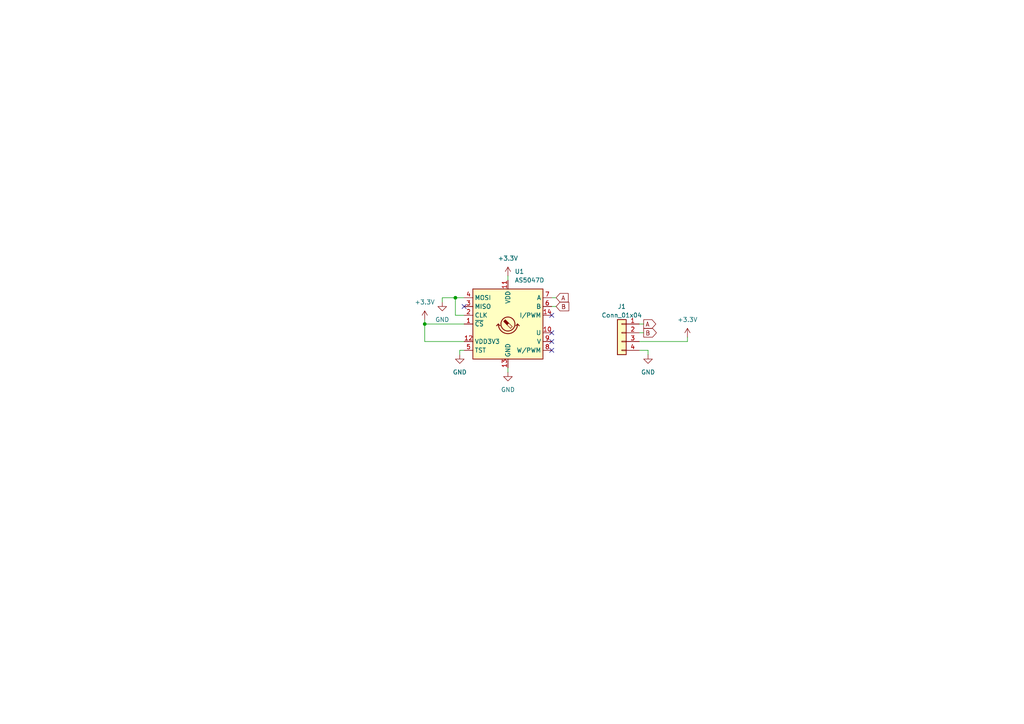
<source format=kicad_sch>
(kicad_sch (version 20230121) (generator eeschema)
  (paper "A4")
  (lib_symbols
    (symbol "Connector_Generic:Conn_01x04" (pin_names (offset 1.016) hide)
      (property "Reference" "J" (at 0 5.08 0))
      (property "Value" "Conn_01x04" (at 0 -7.62 0))
      (symbol "Conn_01x04_1_1"
        (rectangle (start -1.27 -4.953) (end 0 -5.207) (stroke (width 0.1524)))
        (rectangle (start -1.27 -2.413) (end 0 -2.667) (stroke (width 0.1524)))
        (rectangle (start -1.27 0.127) (end 0 -0.127) (stroke (width 0.1524)))
        (rectangle (start -1.27 2.667) (end 0 2.413) (stroke (width 0.1524)))
        (rectangle (start -1.27 3.81) (end 1.27 -6.35) (stroke (width 0.254)) (fill (type background)))
        (pin passive line (at -5.08 2.54 0) (length 3.81) (name "Pin_1") (number "1"))
        (pin passive line (at -5.08 0 0) (length 3.81) (name "Pin_2") (number "2"))
        (pin passive line (at -5.08 -2.54 0) (length 3.81) (name "Pin_3") (number "3"))
        (pin passive line (at -5.08 -5.08 0) (length 3.81) (name "Pin_4") (number "4"))
      )
    )
    (symbol "HS_Encoder:AS5047D"
      (property "Reference" "U" (at -8.89 11.43 0))
      (property "Value" "AS5047D" (at 5.08 11.43 0))
      (symbol "AS5047D_1_1"
        (rectangle (start -10.16 10.16) (end 10.16 -10.16) (stroke (width 0.254)) (fill (type background)))
        (arc (start -2.794 0) (mid 0 -2.7819) (end 2.794 0) (stroke (width 0.254)))
        (polyline (pts (xy -2.794 0) (xy -3.302 -0.508)) (stroke (width 0.254)))
        (polyline (pts (xy -2.794 0) (xy -2.286 -0.508)) (stroke (width 0.254)))
        (polyline (pts (xy 2.794 0) (xy 2.286 -0.508)) (stroke (width 0.254)))
        (polyline (pts (xy 2.794 0) (xy 3.302 -0.508)) (stroke (width 0.254)))
        (polyline (pts (xy 0.254 0.254) (xy 1.27 -0.762) (xy 0.762 -1.27) (xy -0.254 -0.254)))
        (polyline (pts (xy -0.762 1.27) (xy 0.254 0.254) (xy -0.254 -0.254) (xy -1.27 0.762) (xy -1.016 1.016) (xy -0.762 1.27) (xy -0.635 1.143)) (fill (type outline)))
        (circle (center 0 0) (radius 2.032) (stroke (width 0.254)))
        (pin input line (at -12.7 0 0) (length 2.54) (name "~{CS}") (number "1"))
        (pin output line (at 12.7 -2.54 180) (length 2.54) (name "U") (number "10"))
        (pin power_in line (at 0 12.7 270) (length 2.54) (name "VDD") (number "11"))
        (pin power_out line (at -12.7 -5.08 0) (length 2.54) (name "VDD3V3") (number "12"))
        (pin power_in line (at 0 -12.7 90) (length 2.54) (name "GND") (number "13"))
        (pin output line (at 12.7 2.54 180) (length 2.54) (name "I/PWM") (number "14"))
        (pin input line (at -12.7 2.54 0) (length 2.54) (name "CLK") (number "2"))
        (pin output line (at -12.7 5.08 0) (length 2.54) (name "MISO") (number "3"))
        (pin input line (at -12.7 7.62 0) (length 2.54) (name "MOSI") (number "4"))
        (pin input line (at -12.7 -7.62 0) (length 2.54) (name "TST") (number "5"))
        (pin output line (at 12.7 5.08 180) (length 2.54) (name "B") (number "6"))
        (pin output line (at 12.7 7.62 180) (length 2.54) (name "A") (number "7"))
        (pin output line (at 12.7 -7.62 180) (length 2.54) (name "W/PWM") (number "8"))
        (pin output line (at 12.7 -5.08 180) (length 2.54) (name "V") (number "9"))
      )
    )
    (symbol "power:+3.3V" (power) (pin_names (offset 0))
      (property "Value" "+3.3V" (at 0 3.556 0))
      (symbol "+3.3V_0_1"
        (polyline (pts (xy -0.762 1.27) (xy 0 2.54)))
        (polyline (pts (xy 0 0) (xy 0 2.54)))
        (polyline (pts (xy 0 2.54) (xy 0.762 1.27)))
      )
      (symbol "+3.3V_1_1"
        (pin power_in line (at 0 0 90) (length 0) hide (name "+3.3V") (number "1"))
      )
    )
    (symbol "power:GND" (power) (pin_names (offset 0))
      (property "Value" "GND" (at 0 -3.81 0))
      (symbol "GND_0_1"
        (polyline (pts (xy 0 0) (xy 0 -1.27) (xy 1.27 -1.27) (xy 0 -2.54) (xy -1.27 -1.27) (xy 0 -1.27)))
      )
      (symbol "GND_1_1"
        (pin power_in line (at 0 0 270) (length 0) hide (name "GND") (number "1"))
      )
    )
  )
  (junction (at 132.08 86.36))
  (junction (at 123.19 93.98))
  (no_connect (at 160.02 99.06))
  (no_connect (at 134.62 88.9))
  (no_connect (at 160.02 101.6))
  (no_connect (at 160.02 96.52))
  (no_connect (at 160.02 91.44))
  (wire (pts (xy 123.19 93.98) (xy 123.19 92.71)))
  (wire (pts (xy 132.08 91.44) (xy 132.08 86.36)))
  (wire (pts (xy 134.62 101.6) (xy 133.35 101.6)))
  (wire (pts (xy 133.35 101.6) (xy 133.35 102.87)))
  (wire (pts (xy 123.19 93.98) (xy 134.62 93.98)))
  (wire (pts (xy 147.32 107.95) (xy 147.32 106.68)))
  (wire (pts (xy 132.08 86.36) (xy 134.62 86.36)))
  (wire (pts (xy 199.39 97.79) (xy 199.39 99.06)))
  (wire (pts (xy 187.96 102.87) (xy 187.96 101.6)))
  (wire (pts (xy 128.27 87.63) (xy 128.27 86.36)))
  (wire (pts (xy 186.69 93.98) (xy 185.42 93.98)))
  (wire (pts (xy 134.62 99.06) (xy 123.19 99.06)))
  (wire (pts (xy 161.29 88.9) (xy 160.02 88.9)))
  (wire (pts (xy 134.62 91.44) (xy 132.08 91.44)))
  (wire (pts (xy 185.42 101.6) (xy 187.96 101.6)))
  (wire (pts (xy 161.29 86.36) (xy 160.02 86.36)))
  (wire (pts (xy 147.32 80.01) (xy 147.32 81.28)))
  (wire (pts (xy 185.42 99.06) (xy 199.39 99.06)))
  (wire (pts (xy 128.27 86.36) (xy 132.08 86.36)))
  (wire (pts (xy 123.19 99.06) (xy 123.19 93.98)))
  (wire (pts (xy 186.69 96.52) (xy 185.42 96.52)))
  (global_label "A" (shape input) (at 161.29 86.36 0) (property "Intersheetrefs" "${INTERSHEET_REFS}" (effects hide)))
  (global_label "B" (shape output) (at 186.69 96.52 0) (property "Intersheetrefs" "${INTERSHEET_REFS}" (effects hide)))
  (global_label "A" (shape output) (at 186.69 93.98 0) (property "Intersheetrefs" "${INTERSHEET_REFS}" (effects hide)))
  (global_label "B" (shape input) (at 161.29 88.9 0) (property "Intersheetrefs" "${INTERSHEET_REFS}" (effects hide)))
  (symbol (lib_id "power:GND") (at 147.32 107.95 0) (unit 1)
    (property "Reference" "#PWR03" (effects hide))
    (property "Value" "GND" (at 147.32 113.03 0))
  )
  (symbol (lib_id "power:GND") (at 187.96 102.87 0) (unit 1)
    (property "Reference" "#PWR06" (effects hide))
    (property "Value" "GND" (at 187.96 107.95 0))
  )
  (symbol (lib_id "Connector_Generic:Conn_01x04") (at 180.34 96.52 0) (mirror y) (unit 1)
    (property "Reference" "J1" (at 180.34 88.9 0))
    (property "Value" "Conn_01x04" (at 180.34 91.44 0))
    (property "Footprint" "uglyEncoder_HS:uglyEncoder" (effects hide))
  )
  (symbol (lib_id "power:+3.3V") (at 147.32 80.01 0) (unit 1)
    (property "Reference" "#PWR02" (effects hide))
    (property "Value" "+3.3V" (at 147.32 74.93 0))
  )
  (symbol (lib_id "power:GND") (at 133.35 102.87 0) (unit 1)
    (property "Reference" "#PWR04" (effects hide))
    (property "Value" "GND" (at 133.35 107.95 0))
  )
  (symbol (lib_id "power:+3.3V") (at 123.19 92.71 0) (unit 1)
    (property "Reference" "#PWR01" (effects hide))
    (property "Value" "+3.3V" (at 123.19 87.63 0))
  )
  (symbol (lib_id "power:+3.3V") (at 199.39 97.79 0) (unit 1)
    (property "Reference" "#PWR07" (effects hide))
    (property "Value" "+3.3V" (at 199.39 92.71 0))
  )
  (symbol (lib_id "power:GND") (at 128.27 87.63 0) (unit 1)
    (property "Reference" "#PWR05" (effects hide))
    (property "Value" "GND" (at 128.27 92.71 0))
  )
  (symbol (lib_id "HS_Encoder:AS5047D") (at 147.32 93.98 0) (unit 1)
    (property "Reference" "U1" (at 149.2759 78.74 0) (effects (justify left)))
    (property "Value" "AS5047D" (at 149.2759 81.28 0) (effects (justify left)))
    (property "Footprint" "Package_SO_HS:TSSOP-14_4.4x5mm_P0.65mm" (effects hide))
    (property "Datasheet" "https://ams.com/documents/20143/36005/AS5047D_DS000394_2-00.pdf" (effects hide))
  )
)
</source>
